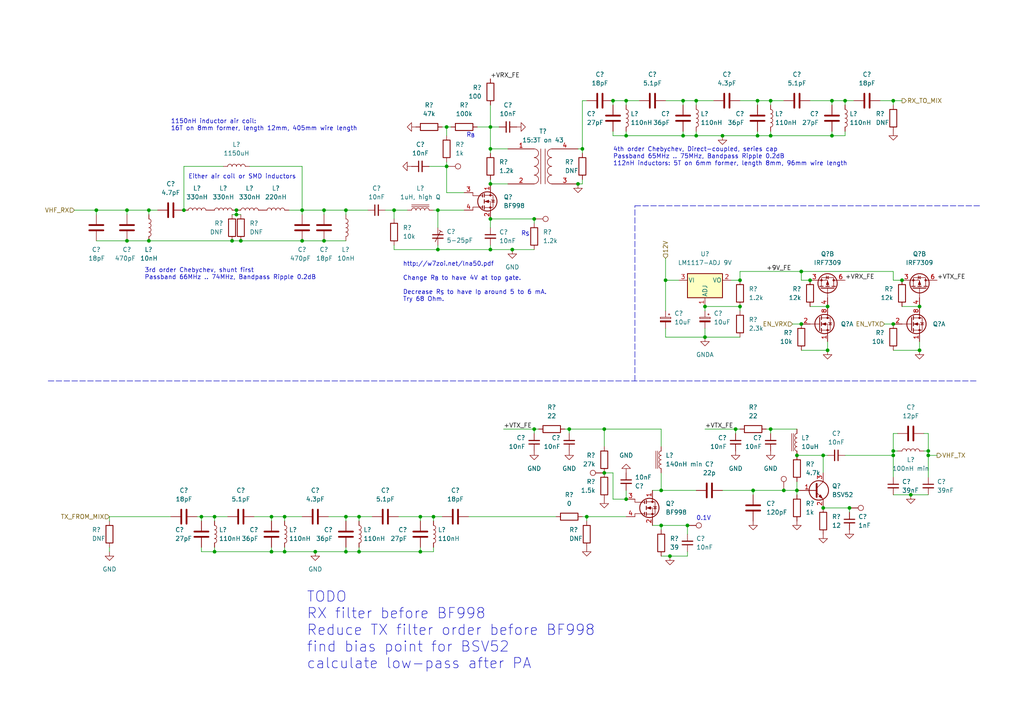
<source format=kicad_sch>
(kicad_sch (version 20211123) (generator eeschema)
  (paper "A4")
  (title_block (title "DART-70 TRX") (date "2023-01-22") (rev "0") (company "HB9EGM") (comment 1 "A 4m Band SSB/CW Transceiver"))
  (junction (at 259.08 130.81))
  (junction (at 214.63 81.28))
  (junction (at 264.16 143.51))
  (junction (at 121.92 160.02))
  (junction (at 191.77 142.24))
  (junction (at 104.14 149.86))
  (junction (at 234.95 81.28))
  (junction (at 154.94 124.46))
  (junction (at 241.3 39.37))
  (junction (at 204.47 88.9))
  (junction (at 181.61 144.78))
  (junction (at 269.24 130.81))
  (junction (at 100.33 60.96))
  (junction (at 201.93 29.21))
  (junction (at 181.61 29.21))
  (junction (at 67.31 69.85))
  (junction (at 53.34 60.96))
  (junction (at 43.18 69.85))
  (junction (at 129.54 36.83))
  (junction (at 223.52 29.21))
  (junction (at 154.94 63.5))
  (junction (at 209.55 39.37))
  (junction (at 198.12 29.21))
  (junction (at 148.59 72.39))
  (junction (at 142.24 72.39))
  (junction (at 142.24 43.18))
  (junction (at 191.77 152.4))
  (junction (at 259.08 29.21))
  (junction (at 168.91 43.18))
  (junction (at 78.74 160.02))
  (junction (at 62.23 160.02))
  (junction (at 232.41 93.98))
  (junction (at 238.76 147.32))
  (junction (at 142.24 63.5))
  (junction (at 259.08 132.08))
  (junction (at 219.71 39.37))
  (junction (at 93.98 69.85))
  (junction (at 82.55 160.02))
  (junction (at 127 60.96))
  (junction (at 259.08 93.98))
  (junction (at 199.39 152.4))
  (junction (at 36.83 60.96))
  (junction (at 246.38 147.32))
  (junction (at 227.33 142.24))
  (junction (at 214.63 88.9))
  (junction (at 241.3 29.21))
  (junction (at 68.58 62.23))
  (junction (at 213.36 124.46))
  (junction (at 240.03 101.6))
  (junction (at 193.04 81.28))
  (junction (at 100.33 149.86))
  (junction (at 165.1 124.46))
  (junction (at 269.24 132.08))
  (junction (at 114.3 60.96))
  (junction (at 82.55 149.86))
  (junction (at 36.83 69.85))
  (junction (at 170.18 149.86))
  (junction (at 78.74 149.86))
  (junction (at 100.33 160.02))
  (junction (at 91.44 160.02))
  (junction (at 231.14 142.24))
  (junction (at 93.98 60.96))
  (junction (at 218.44 142.24))
  (junction (at 129.54 48.26))
  (junction (at 142.24 53.34))
  (junction (at 201.93 39.37))
  (junction (at 27.94 60.96))
  (junction (at 219.71 29.21))
  (junction (at 231.14 132.08))
  (junction (at 87.63 69.85))
  (junction (at 223.52 124.46))
  (junction (at 204.47 97.79))
  (junction (at 69.85 69.85))
  (junction (at 245.11 29.21))
  (junction (at 198.12 39.37))
  (junction (at 175.26 124.46))
  (junction (at 125.73 149.86))
  (junction (at 87.63 60.96))
  (junction (at 127 72.39))
  (junction (at 194.31 161.29))
  (junction (at 181.61 39.37))
  (junction (at 223.52 39.37))
  (junction (at 167.64 53.34))
  (junction (at 68.58 60.96))
  (junction (at 43.18 60.96))
  (junction (at 177.8 29.21))
  (junction (at 232.41 78.74))
  (junction (at 142.24 36.83))
  (junction (at 240.03 88.9))
  (junction (at 121.92 149.86))
  (junction (at 266.7 88.9))
  (junction (at 238.76 132.08))
  (junction (at 62.23 149.86))
  (junction (at 266.7 101.6))
  (junction (at 104.14 160.02))
  (junction (at 58.42 149.86))
  (junction (at 261.62 81.28))
  (junction (at 175.26 137.16))
  (wire (pts (xy 67.31 69.85) (xy 69.85 69.85)))
  (wire (pts (xy 181.61 29.21) (xy 181.61 30.48)))
  (wire (pts (xy 147.32 53.34) (xy 142.24 53.34)))
  (wire (pts (xy 219.71 39.37) (xy 219.71 38.1)))
  (wire (pts (xy 121.92 151.13) (xy 121.92 149.86)))
  (wire (pts (xy 259.08 78.74) (xy 259.08 81.28)))
  (wire (pts (xy 125.73 160.02) (xy 125.73 158.75)))
  (wire (pts (xy 93.98 60.96) (xy 93.98 62.23)))
  (wire (pts (xy 36.83 69.85) (xy 43.18 69.85)))
  (wire (pts (xy 213.36 125.73) (xy 213.36 124.46)))
  (wire (pts (xy 31.75 158.75) (xy 31.75 160.02)))
  (wire (pts (xy 154.94 125.73) (xy 154.94 124.46)))
  (wire (pts (xy 58.42 151.13) (xy 58.42 149.86)))
  (wire (pts (xy 193.04 81.28) (xy 193.04 90.17)))
  (wire (pts (xy 238.76 132.08) (xy 240.03 132.08)))
  (wire (pts (xy 246.38 147.32) (xy 238.76 147.32)))
  (wire (pts (xy 196.85 81.28) (xy 193.04 81.28)))
  (wire (pts (xy 82.55 151.13) (xy 82.55 149.86)))
  (wire (pts (xy 218.44 142.24) (xy 218.44 143.51)))
  (wire (pts (xy 259.08 130.81) (xy 259.08 132.08)))
  (wire (pts (xy 57.15 149.86) (xy 58.42 149.86)))
  (wire (pts (xy 31.75 149.86) (xy 49.53 149.86)))
  (wire (pts (xy 148.59 72.39) (xy 142.24 72.39)))
  (wire (pts (xy 223.52 39.37) (xy 241.3 39.37)))
  (wire (pts (xy 240.03 101.6) (xy 232.41 101.6)))
  (wire (pts (xy 232.41 81.28) (xy 234.95 81.28)))
  (wire (pts (xy 246.38 148.59) (xy 246.38 147.32)))
  (wire (pts (xy 193.04 97.79) (xy 204.47 97.79)))
  (wire (pts (xy 177.8 137.16) (xy 177.8 144.78)))
  (wire (pts (xy 82.55 160.02) (xy 82.55 158.75)))
  (wire (pts (xy 27.94 60.96) (xy 36.83 60.96)))
  (wire (pts (xy 125.73 60.96) (xy 127 60.96)))
  (wire (pts (xy 219.71 29.21) (xy 223.52 29.21)))
  (wire (pts (xy 87.63 69.85) (xy 93.98 69.85)))
  (wire (pts (xy 69.85 69.85) (xy 87.63 69.85)))
  (wire (pts (xy 259.08 125.73) (xy 260.35 125.73)))
  (wire (pts (xy 142.24 53.34) (xy 142.24 52.07)))
  (wire (pts (xy 198.12 39.37) (xy 198.12 38.1)))
  (wire (pts (xy 269.24 132.08) (xy 269.24 138.43)))
  (wire (pts (xy 193.04 29.21) (xy 198.12 29.21)))
  (wire (pts (xy 259.08 130.81) (xy 260.35 130.81)))
  (wire (pts (xy 191.77 152.4) (xy 189.23 152.4)))
  (wire (pts (xy 87.63 60.96) (xy 93.98 60.96)))
  (wire (pts (xy 241.3 39.37) (xy 241.3 38.1)))
  (wire (pts (xy 214.63 78.74) (xy 214.63 81.28)))
  (polyline (pts (xy 13.97 110.49) (xy 283.21 110.49)))
  (wire (pts (xy 21.59 60.96) (xy 27.94 60.96)))
  (wire (pts (xy 31.75 151.13) (xy 31.75 149.86)))
  (wire (pts (xy 104.14 160.02) (xy 104.14 158.75)))
  (wire (pts (xy 231.14 139.7) (xy 231.14 142.24)))
  (wire (pts (xy 43.18 69.85) (xy 67.31 69.85)))
  (wire (pts (xy 269.24 130.81) (xy 267.97 130.81)))
  (wire (pts (xy 142.24 63.5) (xy 142.24 66.04)))
  (wire (pts (xy 241.3 29.21) (xy 245.11 29.21)))
  (wire (pts (xy 177.8 144.78) (xy 181.61 144.78)))
  (wire (pts (xy 168.91 52.07) (xy 168.91 53.34)))
  (wire (pts (xy 229.87 93.98) (xy 232.41 93.98)))
  (wire (pts (xy 72.39 48.26) (xy 87.63 48.26)))
  (wire (pts (xy 175.26 124.46) (xy 191.77 124.46)))
  (wire (pts (xy 100.33 160.02) (xy 100.33 158.75)))
  (wire (pts (xy 82.55 160.02) (xy 78.74 160.02)))
  (wire (pts (xy 181.61 29.21) (xy 185.42 29.21)))
  (wire (pts (xy 209.55 39.37) (xy 219.71 39.37)))
  (wire (pts (xy 58.42 149.86) (xy 62.23 149.86)))
  (polyline (pts (xy 184.15 110.49) (xy 184.15 59.69)))
  (wire (pts (xy 93.98 69.85) (xy 100.33 69.85)))
  (wire (pts (xy 36.83 60.96) (xy 43.18 60.96)))
  (wire (pts (xy 114.3 72.39) (xy 127 72.39)))
  (wire (pts (xy 128.27 36.83) (xy 129.54 36.83)))
  (wire (pts (xy 232.41 78.74) (xy 214.63 78.74)))
  (wire (pts (xy 191.77 142.24) (xy 201.93 142.24)))
  (wire (pts (xy 73.66 149.86) (xy 78.74 149.86)))
  (wire (pts (xy 78.74 149.86) (xy 82.55 149.86)))
  (wire (pts (xy 121.92 149.86) (xy 125.73 149.86)))
  (wire (pts (xy 181.61 39.37) (xy 198.12 39.37)))
  (wire (pts (xy 269.24 130.81) (xy 269.24 132.08)))
  (wire (pts (xy 232.41 78.74) (xy 232.41 81.28)))
  (wire (pts (xy 201.93 30.48) (xy 201.93 29.21)))
  (wire (pts (xy 199.39 160.02) (xy 199.39 161.29)))
  (wire (pts (xy 100.33 60.96) (xy 100.33 62.23)))
  (wire (pts (xy 199.39 161.29) (xy 194.31 161.29)))
  (wire (pts (xy 234.95 29.21) (xy 241.3 29.21)))
  (wire (pts (xy 170.18 29.21) (xy 168.91 29.21)))
  (wire (pts (xy 269.24 125.73) (xy 269.24 130.81)))
  (wire (pts (xy 241.3 30.48) (xy 241.3 29.21)))
  (wire (pts (xy 213.36 124.46) (xy 214.63 124.46)))
  (wire (pts (xy 222.25 124.46) (xy 223.52 124.46)))
  (wire (pts (xy 78.74 160.02) (xy 78.74 158.75)))
  (wire (pts (xy 115.57 149.86) (xy 121.92 149.86)))
  (wire (pts (xy 241.3 39.37) (xy 245.11 39.37)))
  (wire (pts (xy 127 72.39) (xy 142.24 72.39)))
  (wire (pts (xy 269.24 125.73) (xy 267.97 125.73)))
  (wire (pts (xy 142.24 72.39) (xy 142.24 71.12)))
  (wire (pts (xy 43.18 60.96) (xy 45.72 60.96)))
  (wire (pts (xy 142.24 36.83) (xy 142.24 30.48)))
  (wire (pts (xy 43.18 60.96) (xy 43.18 62.23)))
  (wire (pts (xy 168.91 53.34) (xy 167.64 53.34)))
  (wire (pts (xy 259.08 29.21) (xy 261.62 29.21)))
  (wire (pts (xy 142.24 44.45) (xy 142.24 43.18)))
  (wire (pts (xy 154.94 124.46) (xy 156.21 124.46)))
  (wire (pts (xy 191.77 161.29) (xy 194.31 161.29)))
  (wire (pts (xy 201.93 39.37) (xy 198.12 39.37)))
  (wire (pts (xy 100.33 151.13) (xy 100.33 149.86)))
  (wire (pts (xy 223.52 29.21) (xy 227.33 29.21)))
  (wire (pts (xy 204.47 95.25) (xy 204.47 97.79)))
  (wire (pts (xy 198.12 30.48) (xy 198.12 29.21)))
  (polyline (pts (xy 184.15 59.69) (xy 284.48 59.69)))
  (wire (pts (xy 58.42 160.02) (xy 58.42 158.75)))
  (wire (pts (xy 135.89 149.86) (xy 161.29 149.86)))
  (wire (pts (xy 147.32 43.18) (xy 142.24 43.18)))
  (wire (pts (xy 104.14 151.13) (xy 104.14 149.86)))
  (wire (pts (xy 167.64 43.18) (xy 168.91 43.18)))
  (wire (pts (xy 68.58 60.96) (xy 68.58 62.23)))
  (wire (pts (xy 58.42 160.02) (xy 62.23 160.02)))
  (wire (pts (xy 165.1 125.73) (xy 165.1 124.46)))
  (wire (pts (xy 198.12 29.21) (xy 201.93 29.21)))
  (wire (pts (xy 261.62 88.9) (xy 266.7 88.9)))
  (wire (pts (xy 154.94 72.39) (xy 148.59 72.39)))
  (wire (pts (xy 62.23 149.86) (xy 62.23 151.13)))
  (wire (pts (xy 129.54 36.83) (xy 129.54 39.37)))
  (wire (pts (xy 154.94 64.77) (xy 154.94 63.5)))
  (wire (pts (xy 201.93 29.21) (xy 207.01 29.21)))
  (wire (pts (xy 125.73 151.13) (xy 125.73 149.86)))
  (wire (pts (xy 114.3 71.12) (xy 114.3 72.39)))
  (wire (pts (xy 62.23 160.02) (xy 62.23 158.75)))
  (wire (pts (xy 259.08 81.28) (xy 261.62 81.28)))
  (wire (pts (xy 177.8 39.37) (xy 181.61 39.37)))
  (wire (pts (xy 245.11 30.48) (xy 245.11 29.21)))
  (wire (pts (xy 168.91 44.45) (xy 168.91 43.18)))
  (wire (pts (xy 177.8 29.21) (xy 181.61 29.21)))
  (wire (pts (xy 259.08 30.48) (xy 259.08 29.21)))
  (wire (pts (xy 223.52 30.48) (xy 223.52 29.21)))
  (wire (pts (xy 104.14 160.02) (xy 121.92 160.02)))
  (wire (pts (xy 127 60.96) (xy 134.62 60.96)))
  (wire (pts (xy 223.52 125.73) (xy 223.52 124.46)))
  (wire (pts (xy 212.09 81.28) (xy 214.63 81.28)))
  (wire (pts (xy 177.8 30.48) (xy 177.8 29.21)))
  (wire (pts (xy 127 66.04) (xy 127 60.96)))
  (wire (pts (xy 191.77 152.4) (xy 191.77 153.67)))
  (wire (pts (xy 214.63 88.9) (xy 214.63 90.17)))
  (wire (pts (xy 201.93 39.37) (xy 209.55 39.37)))
  (wire (pts (xy 124.46 48.26) (xy 129.54 48.26)))
  (wire (pts (xy 100.33 60.96) (xy 106.68 60.96)))
  (wire (pts (xy 269.24 132.08) (xy 271.78 132.08)))
  (wire (pts (xy 245.11 29.21) (xy 247.65 29.21)))
  (wire (pts (xy 114.3 63.5) (xy 114.3 60.96)))
  (wire (pts (xy 62.23 149.86) (xy 66.04 149.86)))
  (wire (pts (xy 165.1 124.46) (xy 175.26 124.46)))
  (wire (pts (xy 91.44 160.02) (xy 100.33 160.02)))
  (wire (pts (xy 256.54 93.98) (xy 259.08 93.98)))
  (wire (pts (xy 168.91 149.86) (xy 170.18 149.86)))
  (wire (pts (xy 129.54 46.99) (xy 129.54 48.26)))
  (wire (pts (xy 245.11 39.37) (xy 245.11 38.1)))
  (wire (pts (xy 121.92 160.02) (xy 125.73 160.02)))
  (wire (pts (xy 100.33 149.86) (xy 104.14 149.86)))
  (wire (pts (xy 130.81 36.83) (xy 129.54 36.83)))
  (wire (pts (xy 238.76 137.16) (xy 238.76 132.08)))
  (wire (pts (xy 266.7 99.06) (xy 266.7 101.6)))
  (wire (pts (xy 95.25 149.86) (xy 100.33 149.86)))
  (wire (pts (xy 175.26 129.54) (xy 175.26 124.46)))
  (wire (pts (xy 201.93 39.37) (xy 201.93 38.1)))
  (wire (pts (xy 53.34 48.26) (xy 53.34 60.96)))
  (wire (pts (xy 259.08 125.73) (xy 259.08 130.81)))
  (wire (pts (xy 209.55 142.24) (xy 218.44 142.24)))
  (wire (pts (xy 219.71 30.48) (xy 219.71 29.21)))
  (wire (pts (xy 264.16 143.51) (xy 269.24 143.51)))
  (wire (pts (xy 204.47 88.9) (xy 204.47 90.17)))
  (wire (pts (xy 191.77 129.54) (xy 191.77 124.46)))
  (wire (pts (xy 234.95 88.9) (xy 240.03 88.9)))
  (wire (pts (xy 231.14 142.24) (xy 231.14 143.51)))
  (wire (pts (xy 104.14 149.86) (xy 107.95 149.86)))
  (wire (pts (xy 170.18 151.13) (xy 170.18 149.86)))
  (wire (pts (xy 121.92 160.02) (xy 121.92 158.75)))
  (wire (pts (xy 27.94 69.85) (xy 36.83 69.85)))
  (wire (pts (xy 125.73 149.86) (xy 128.27 149.86)))
  (wire (pts (xy 82.55 149.86) (xy 87.63 149.86)))
  (wire (pts (xy 64.77 48.26) (xy 53.34 48.26)))
  (wire (pts (xy 181.61 39.37) (xy 181.61 38.1)))
  (wire (pts (xy 227.33 142.24) (xy 231.14 142.24)))
  (wire (pts (xy 181.61 144.78) (xy 181.61 142.24)))
  (wire (pts (xy 154.94 63.5) (xy 142.24 63.5)))
  (wire (pts (xy 259.08 143.51) (xy 264.16 143.51)))
  (wire (pts (xy 193.04 95.25) (xy 193.04 97.79)))
  (wire (pts (xy 87.63 48.26) (xy 87.63 60.96)))
  (wire (pts (xy 259.08 78.74) (xy 232.41 78.74)))
  (wire (pts (xy 87.63 60.96) (xy 87.63 62.23)))
  (wire (pts (xy 214.63 29.21) (xy 219.71 29.21)))
  (wire (pts (xy 36.83 60.96) (xy 36.83 62.23)))
  (wire (pts (xy 223.52 39.37) (xy 223.52 38.1)))
  (wire (pts (xy 83.82 60.96) (xy 87.63 60.96)))
  (wire (pts (xy 245.11 132.08) (xy 259.08 132.08)))
  (wire (pts (xy 199.39 154.94) (xy 199.39 152.4)))
  (wire (pts (xy 191.77 137.16) (xy 191.77 142.24)))
  (wire (pts (xy 189.23 142.24) (xy 191.77 142.24)))
  (wire (pts (xy 218.44 142.24) (xy 227.33 142.24)))
  (wire (pts (xy 193.04 74.93) (xy 193.04 81.28)))
  (wire (pts (xy 238.76 132.08) (xy 231.14 132.08)))
  (wire (pts (xy 78.74 151.13) (xy 78.74 149.86)))
  (wire (pts (xy 27.94 60.96) (xy 27.94 62.23)))
  (wire (pts (xy 255.27 29.21) (xy 259.08 29.21)))
  (wire (pts (xy 175.26 137.16) (xy 177.8 137.16)))
  (wire (pts (xy 142.24 36.83) (xy 144.78 36.83)))
  (wire (pts (xy 138.43 36.83) (xy 142.24 36.83)))
  (wire (pts (xy 204.47 124.46) (xy 213.36 124.46)))
  (wire (pts (xy 68.58 62.23) (xy 69.85 62.23)))
  (wire (pts (xy 168.91 29.21) (xy 168.91 43.18)))
  (wire (pts (xy 177.8 39.37) (xy 177.8 38.1)))
  (wire (pts (xy 129.54 55.88) (xy 134.62 55.88)))
  (wire (pts (xy 163.83 124.46) (xy 165.1 124.46)))
  (wire (pts (xy 111.76 60.96) (xy 114.3 60.96)))
  (wire (pts (xy 266.7 101.6) (xy 259.08 101.6)))
  (wire (pts (xy 129.54 48.26) (xy 129.54 55.88)))
  (wire (pts (xy 219.71 39.37) (xy 223.52 39.37)))
  (wire (pts (xy 170.18 149.86) (xy 181.61 149.86)))
  (wire (pts (xy 127 71.12) (xy 127 72.39)))
  (wire (pts (xy 204.47 97.79) (xy 214.63 97.79)))
  (wire (pts (xy 100.33 160.02) (xy 104.14 160.02)))
  (wire (pts (xy 62.23 160.02) (xy 78.74 160.02)))
  (wire (pts (xy 114.3 60.96) (xy 118.11 60.96)))
  (wire (pts (xy 223.52 124.46) (xy 231.14 124.46)))
  (wire (pts (xy 142.24 43.18) (xy 142.24 36.83)))
  (wire (pts (xy 199.39 152.4) (xy 191.77 152.4)))
  (wire (pts (xy 204.47 88.9) (xy 214.63 88.9)))
  (wire (pts (xy 259.08 132.08) (xy 259.08 138.43)))
  (wire (pts (xy 146.05 124.46) (xy 154.94 124.46)))
  (wire (pts (xy 67.31 62.23) (xy 68.58 62.23)))
  (wire (pts (xy 82.55 160.02) (xy 91.44 160.02)))
  (wire (pts (xy 93.98 60.96) (xy 100.33 60.96)))
  (wire (pts (xy 240.03 99.06) (xy 240.03 101.6)))
  (text "R_{B}" (at 135.255 40.005 0) (effects (font (size 1.27 1.27)) (justify left bottom)))
  (text "R_{S}" (at 151.13 68.58 0) (effects (font (size 1.27 1.27)) (justify left bottom)))
  (text "Either air coil or SMD inductors" (at 54.61 52.07 0) (effects (font (size 1.27 1.27)) (justify left bottom)))
  (text "TODO\nRX filter before BF998\nReduce TX filter order before BF998\nfind bias point for BSV52\ncalculate low-pass after PA" (at 88.9 194.31 0) (effects (font (size 3 3)) (justify left bottom)))
  (text "http://w7zoi.net/lna50.pdf\n\nChange R_{B} to have 4V at top gate.\n\nDecrease R_{S} to have I_{D} around 5 to 6 mA.\nTry 68 Ohm." (at 116.84 87.63 0) (effects (font (size 1.27 1.27)) (justify left bottom)))
  (text "4th order Chebychev, Direct-coupled, series cap\nPassband 65MHz .. 75MHz, Bandpass Ripple 0.2dB\n112nH inductors: 5T on 6mm former, length 8mm, 96mm wire length" (at 177.8 48.26 0) (effects (font (size 1.27 1.27)) (justify left bottom)))
  (text "1150nH inductor air coil:\n16T on 8mm former, length 12mm, 405mm wire length" (at 49.53 38.1 0) (effects (font (size 1.27 1.27)) (justify left bottom)))
  (text "0.1V" (at 201.93 151.13 0) (effects (font (size 1.27 1.27)) (justify left bottom)))
  (text "3rd order Chebychev, shunt first\nPassband 66MHz .. 74MHz, Bandpass Ripple 0.2dB" (at 41.91 81.28 0) (effects (font (size 1.27 1.27)) (justify left bottom)))
  (label "+VTX_FE" (at 271.78 81.28 0))
  (label "+VRX_FE" (at 142.24 22.86 0))
  (label "+VTX_FE" (at 146.05 124.46 0))
  (label "+VTX_FE" (at 204.47 124.46 0))
  (label "+VRX_FE" (at 245.11 81.28 0))
  (label "+9V_FE" (at 222.25 78.74 0))
  (hierarchical_label "12V" (shape input) (at 193.04 74.93 90))
  (hierarchical_label "EN_VTX" (shape input) (at 256.54 93.98 180))
  (hierarchical_label "VHF_RX" (shape input) (at 21.59 60.96 180))
  (hierarchical_label "EN_VRX" (shape input) (at 229.87 93.98 180))
  (hierarchical_label "VHF_TX" (shape output) (at 271.78 132.08 0))
  (hierarchical_label "TX_FROM_MIX" (shape input) (at 31.75 149.86 180))
  (hierarchical_label "RX_TO_MIX" (shape output) (at 261.62 29.21 0))
  (symbol (lib_id "Device:C_Small") (at 121.92 48.26 90) (unit 1)
    (property "Reference" "C?" (at 121.9263 41.91 90))
    (property "Value" "10nF" (at 121.9263 44.45 90))
  )
  (symbol (lib_id "Device:R") (at 214.63 93.98 0) (mirror y) (unit 1)
    (property "Reference" "R?" (at 217.17 92.7099 0) (effects (justify right)))
    (property "Value" "2.3k" (at 217.17 95.2499 0) (effects (justify right)))
    (property "Footprint" "Resistor_SMD:R_0603_1608Metric_Pad1.05x0.95mm_HandSolder" (effects hide))
  )
  (symbol (lib_id "Device:R") (at 231.14 135.89 0) (mirror y) (unit 1)
    (property "Reference" "R?" (at 233.68 134.6199 0) (effects (justify right)))
    (property "Value" "4.7k" (at 233.68 137.1599 0) (effects (justify right)))
  )
  (symbol (lib_id "Device:C_Small") (at 223.52 128.27 0) (mirror x) (unit 1)
    (property "Reference" "C?" (at 220.98 126.9935 0) (effects (justify right)))
    (property "Value" "10nF" (at 220.98 129.5335 0) (effects (justify right)))
  )
  (symbol (lib_id "Device:C_Small") (at 269.24 140.97 0) (mirror y) (unit 1)
    (property "Reference" "C?" (at 271.78 139.7062 0) (effects (justify right)))
    (property "Value" "39nF" (at 271.78 142.2462 0) (effects (justify right)))
  )
  (symbol (lib_id "Device:C") (at 173.99 29.21 90) (unit 1)
    (property "Reference" "C?" (at 173.99 21.59 90))
    (property "Value" "18pF" (at 173.99 24.13 90))
    (property "Footprint" "Capacitor_SMD:C_0603_1608Metric_Pad1.05x0.95mm_HandSolder" (effects hide))
    (property "MPN" "CBR" (effects hide))
    (property "Need_order" "0" (effects hide))
  )
  (symbol (lib_id "Connector:TestPoint") (at 199.39 152.4 270) (unit 1)
    (property "Reference" "TP?" (effects hide))
    (property "Value" "VG" (effects hide))
    (property "Footprint" "TestPoint:TestPoint_Pad_D2.0mm" (effects hide))
  )
  (symbol (lib_id "Device:C") (at 100.33 154.94 180) (unit 1)
    (property "Reference" "C?" (at 96.52 153.6699 0) (effects (justify left)))
    (property "Value" "36pF" (at 96.52 156.2099 0) (effects (justify left)))
    (property "Footprint" "Capacitor_SMD:C_0603_1608Metric_Pad1.05x0.95mm_HandSolder" (effects hide))
    (property "MPN" "CBR" (effects hide))
    (property "Need_order" "0" (effects hide))
  )
  (symbol (lib_id "Device:R") (at 232.41 97.79 180) (unit 1)
    (property "Reference" "R?" (at 229.87 96.5199 0) (effects (justify left)))
    (property "Value" "10k" (at 229.87 99.0599 0) (effects (justify left)))
    (property "Footprint" "Resistor_SMD:R_0603_1608Metric_Pad1.05x0.95mm_HandSolder" (effects hide))
  )
  (symbol (lib_id "Device:C") (at 205.74 142.24 90) (unit 1)
    (property "Reference" "C?" (at 205.74 134.62 90))
    (property "Value" "22p" (at 205.74 137.16 90))
    (property "Footprint" "Capacitor_SMD:C_0603_1608Metric_Pad1.05x0.95mm_HandSolder" (effects hide))
    (property "MPN" "CBR" (effects hide))
    (property "Need_order" "0" (effects hide))
  )
  (symbol (lib_id "Device:R") (at 67.31 66.04 0) (unit 1)
    (property "Reference" "R?" (at 64.77 64.7699 0) (effects (justify right)))
    (property "Value" "DNF" (at 64.77 67.3099 0) (effects (justify right)))
    (property "Footprint" "Resistor_SMD:R_0805_2012Metric_Pad1.20x1.40mm_HandSolder" (effects hide))
  )
  (symbol (lib_id "power:GND") (at 154.94 130.81 0) (mirror y) (unit 1)
    (property "Reference" "#PWR?" (effects hide))
    (property "Value" "GND" (at 154.94 135.89 0))
  )
  (symbol (lib_id "power:GNDA") (at 266.7 101.6 0) (unit 1)
    (property "Reference" "#PWR?" (effects hide))
    (property "Value" "GNDA" (effects hide))
  )
  (symbol (lib_id "Device:C") (at 241.3 34.29 180) (unit 1)
    (property "Reference" "C?" (at 237.49 33.0199 0) (effects (justify left)))
    (property "Value" "27pF" (at 237.49 35.5599 0) (effects (justify left)))
    (property "Footprint" "Capacitor_SMD:C_0603_1608Metric_Pad1.05x0.95mm_HandSolder" (effects hide))
    (property "MPN" "CBR" (effects hide))
    (property "Need_order" "0" (effects hide))
  )
  (symbol (lib_id "power:GND") (at 238.76 154.94 0) (unit 1)
    (property "Reference" "#PWR?" (effects hide))
    (property "Value" "GND" (effects hide))
  )
  (symbol (lib_id "Device:R") (at 175.26 133.35 0) (mirror x) (unit 1)
    (property "Reference" "R?" (at 172.72 132.0799 0) (effects (justify right)))
    (property "Value" "27k" (at 172.72 134.6199 0) (effects (justify right)))
  )
  (symbol (lib_id "Device:R") (at 129.54 43.18 0) (unit 1)
    (property "Reference" "R?" (at 132.08 41.9099 0) (effects (justify left)))
    (property "Value" "1k" (at 132.08 44.4499 0) (effects (justify left)))
  )
  (symbol (lib_id "Connector:TestPoint") (at 227.33 142.24 0) (unit 1)
    (property "Reference" "TP?" (effects hide))
    (property "Value" "VG" (effects hide))
    (property "Footprint" "TestPoint:TestPoint_Pad_D2.0mm" (effects hide))
  )
  (symbol (lib_id "Device:L") (at 245.11 34.29 0) (unit 1)
    (property "Reference" "L?" (at 246.38 33.0199 0) (effects (justify left)))
    (property "Value" "110nH" (at 246.38 35.5599 0) (effects (justify left)))
    (property "Footprint" "mpb:AirCoil-8mm" (effects hide))
    (property "Need_order" "0" (effects hide))
  )
  (symbol (lib_id "power:GND") (at 167.64 53.34 0) (unit 1)
    (property "Reference" "#PWR?" (effects hide))
    (property "Value" "GND" (effects hide))
  )
  (symbol (lib_id "Device:C") (at 111.76 149.86 270) (unit 1)
    (property "Reference" "C?" (at 111.76 142.24 90))
    (property "Value" "5.1pF" (at 111.76 144.78 90))
    (property "Footprint" "Capacitor_SMD:C_0603_1608Metric_Pad1.05x0.95mm_HandSolder" (effects hide))
    (property "MPN" "CBR" (effects hide))
    (property "Need_order" "0" (effects hide))
  )
  (symbol (lib_id "Device:C_Small") (at 181.61 139.7 0) (mirror y) (unit 1)
    (property "Reference" "C?" (at 184.15 140.9765 0) (effects (justify right)))
    (property "Value" "10nF" (at 184.15 138.4365 0) (effects (justify right)))
  )
  (symbol (lib_id "Connector:TestPoint") (at 246.38 147.32 270) (unit 1)
    (property "Reference" "TP?" (effects hide))
    (property "Value" "VG" (effects hide))
    (property "Footprint" "TestPoint:TestPoint_Pad_D2.0mm" (effects hide))
  )
  (symbol (lib_id "Device:C") (at 189.23 29.21 90) (unit 1)
    (property "Reference" "C?" (at 189.23 21.59 90))
    (property "Value" "5.1pF" (at 189.23 24.13 90))
    (property "Footprint" "Capacitor_SMD:C_0603_1608Metric_Pad1.05x0.95mm_HandSolder" (effects hide))
    (property "MPN" "CBR" (effects hide))
    (property "Need_order" "0" (effects hide))
  )
  (symbol (lib_id "Device:R") (at 231.14 147.32 0) (mirror y) (unit 1)
    (property "Reference" "R?" (at 233.68 146.0499 0) (effects (justify right)))
    (property "Value" "1k" (at 233.68 148.5899 0) (effects (justify right)))
  )
  (symbol (lib_id "Connector:TestPoint") (at 154.94 63.5 270) (unit 1)
    (property "Reference" "TP?" (effects hide))
    (property "Value" "VG" (effects hide))
    (property "Footprint" "TestPoint:TestPoint_Pad_D2.0mm" (effects hide))
  )
  (symbol (lib_id "Device:L") (at 57.15 60.96 90) (unit 1)
    (property "Reference" "L?" (at 57.15 54.61 90))
    (property "Value" "330nH" (at 57.15 57.15 90))
    (property "Footprint" "Inductor_SMD:L_0805_2012Metric_Pad1.15x1.40mm_HandSolder" (effects hide))
    (property "MPN" "LQW2BASR33G00L" (effects hide))
    (property "Need_order" "0" (effects hide))
  )
  (symbol (lib_id "Device:C") (at 264.16 125.73 90) (unit 1)
    (property "Reference" "C?" (at 264.16 118.11 90))
    (property "Value" "12pF" (at 264.16 120.65 90))
    (property "Footprint" "Capacitor_SMD:C_0603_1608Metric_Pad1.05x0.95mm_HandSolder" (effects hide))
    (property "MPN" "CBR" (effects hide))
    (property "Need_order" "0" (effects hide))
  )
  (symbol (lib_id "Connector:TestPoint") (at 175.26 137.16 90) (unit 1)
    (property "Reference" "TP?" (effects hide))
    (property "Value" "VG" (effects hide))
    (property "Footprint" "TestPoint:TestPoint_Pad_D2.0mm" (effects hide))
  )
  (symbol (lib_id "Device:C") (at 91.44 149.86 270) (unit 1)
    (property "Reference" "C?" (at 91.44 142.24 90))
    (property "Value" "4.3pF" (at 91.44 144.78 90))
    (property "Footprint" "Capacitor_SMD:C_0603_1608Metric_Pad1.05x0.95mm_HandSolder" (effects hide))
    (property "MPN" "CBR" (effects hide))
    (property "Need_order" "0" (effects hide))
  )
  (symbol (lib_id "Device:C") (at 219.71 34.29 180) (unit 1)
    (property "Reference" "C?" (at 215.9 33.0199 0) (effects (justify left)))
    (property "Value" "36pF" (at 215.9 35.5599 0) (effects (justify left)))
    (property "Footprint" "Capacitor_SMD:C_0603_1608Metric_Pad1.05x0.95mm_HandSolder" (effects hide))
    (property "MPN" "CBR" (effects hide))
    (property "Need_order" "0" (effects hide))
  )
  (symbol (lib_id "Device:L") (at 72.39 60.96 90) (unit 1)
    (property "Reference" "L?" (at 72.39 54.61 90))
    (property "Value" "330nH" (at 72.39 57.15 90))
    (property "Footprint" "Inductor_SMD:L_0805_2012Metric_Pad1.15x1.40mm_HandSolder" (effects hide))
    (property "MPN" "LQW2BASR33G00L" (effects hide))
    (property "Need_order" "0" (effects hide))
  )
  (symbol (lib_id "Device:R") (at 165.1 149.86 270) (unit 1)
    (property "Reference" "R?" (at 165.1 143.51 90))
    (property "Value" "0" (at 165.1 146.05 90))
  )
  (symbol (lib_id "power:GND") (at 120.65 36.83 270) (unit 1)
    (property "Reference" "#PWR?" (effects hide))
    (property "Value" "GND" (effects hide))
  )
  (symbol (lib_id "Device:C_Small") (at 242.57 132.08 270) (mirror x) (unit 1)
    (property "Reference" "C?" (at 242.5636 125.73 90))
    (property "Value" "10nF" (at 242.5636 128.27 90))
  )
  (symbol (lib_id "power:GND") (at 259.08 38.1 0) (unit 1)
    (property "Reference" "#PWR?" (effects hide))
    (property "Value" "GND" (effects hide))
  )
  (symbol (lib_id "Transistor_FET:IRF7309IPBF") (at 266.7 83.82 270) (mirror x) (unit 2)
    (property "Reference" "Q?" (at 266.7 73.66 90))
    (property "Value" "IRF7309" (at 266.7 76.2 90))
    (property "Footprint" "Package_SO:SOIC-8_3.9x4.9mm_P1.27mm" (effects hide))
    (property "Datasheet" "http://www.irf.com/product-info/datasheets/data/irf7309ipbf.pdf" (effects hide))
    (property "MPN" "IRF7309IPBF" (effects hide))
    (property "Need_order" "1" (effects hide))
  )
  (symbol (lib_id "power:GNDA") (at 240.03 101.6 0) (unit 1)
    (property "Reference" "#PWR?" (effects hide))
    (property "Value" "GNDA" (effects hide))
  )
  (symbol (lib_id "Device:C") (at 53.34 149.86 90) (unit 1)
    (property "Reference" "C?" (at 53.34 142.24 90))
    (property "Value" "18pF" (at 53.34 144.78 90))
    (property "Footprint" "Capacitor_SMD:C_0603_1608Metric_Pad1.05x0.95mm_HandSolder" (effects hide))
    (property "MPN" "CBR" (effects hide))
    (property "Need_order" "0" (effects hide))
  )
  (symbol (lib_id "power:GND") (at 170.18 158.75 0) (unit 1)
    (property "Reference" "#PWR?" (effects hide))
    (property "Value" "GND" (effects hide))
  )
  (symbol (lib_id "Device:L") (at 62.23 154.94 0) (unit 1)
    (property "Reference" "L?" (at 63.5 153.6699 0) (effects (justify left)))
    (property "Value" "110nH" (at 63.5 156.2099 0) (effects (justify left)))
    (property "Footprint" "mpb:AirCoil-8mm" (effects hide))
    (property "Need_order" "0" (effects hide))
  )
  (symbol (lib_id "Device:C_Small") (at 259.08 140.97 0) (mirror y) (unit 1)
    (property "Reference" "C?" (at 261.62 139.7062 0) (effects (justify right)))
    (property "Value" "39nF" (at 261.62 142.2462 0) (effects (justify right)))
  )
  (symbol (lib_id "Transistor_FET:IRF7309IPBF") (at 264.16 93.98 0) (unit 1)
    (property "Reference" "Q?" (at 270.51 93.9799 0) (effects (justify left)))
    (property "Value" "IRF7309IPBF" (effects hide))
    (property "Footprint" "Package_SO:SOIC-8_3.9x4.9mm_P1.27mm" (effects hide))
    (property "Datasheet" "http://www.irf.com/product-info/datasheets/data/irf7309ipbf.pdf" (effects hide))
  )
  (symbol (lib_id "power:GND") (at 231.14 151.13 0) (unit 1)
    (property "Reference" "#PWR?" (effects hide))
    (property "Value" "GND" (effects hide))
  )
  (symbol (lib_id "Device:R") (at 154.94 68.58 0) (unit 1)
    (property "Reference" "R?" (at 157.48 67.3099 0) (effects (justify left)))
    (property "Value" "1.2k" (at 157.48 69.8499 0) (effects (justify left)))
  )
  (symbol (lib_id "power:GNDA") (at 204.47 97.79 0) (unit 1)
    (property "Reference" "#PWR?" (effects hide))
    (property "Value" "GNDA" (at 204.47 102.87 0))
  )
  (symbol (lib_id "Device:C") (at 251.46 29.21 90) (unit 1)
    (property "Reference" "C?" (at 251.46 21.59 90))
    (property "Value" "18pF" (at 251.46 24.13 90))
    (property "Footprint" "Capacitor_SMD:C_0603_1608Metric_Pad1.05x0.95mm_HandSolder" (effects hide))
    (property "MPN" "CBR" (effects hide))
    (property "Need_order" "0" (effects hide))
  )
  (symbol (lib_id "Device:C_Small") (at 142.24 68.58 0) (unit 1)
    (property "Reference" "C?" (at 144.78 67.3162 0) (effects (justify left)))
    (property "Value" "10nF" (at 144.78 69.8562 0) (effects (justify left)))
  )
  (symbol (lib_id "Device:R") (at 69.85 66.04 0) (unit 1)
    (property "Reference" "R?" (at 72.39 64.7699 0) (effects (justify left)))
    (property "Value" "DNF" (at 72.39 67.3099 0) (effects (justify left)))
    (property "Footprint" "Resistor_SMD:R_0805_2012Metric_Pad1.20x1.40mm_HandSolder" (effects hide))
  )
  (symbol (lib_id "mpb:BF998") (at 186.69 147.32 0) (unit 1)
    (property "Reference" "Q?" (at 193.04 146.0499 0) (effects (justify left)))
    (property "Value" "BF998" (at 193.04 148.5899 0) (effects (justify left)))
    (property "Footprint" "Package_TO_SOT_SMD:SOT-143" (effects hide))
    (property "Datasheet" "/home/bram/Sync/Doc/Datasheet/BF998.pdf" (effects hide))
  )
  (symbol (lib_id "Transistor_BJT:MMBT3904") (at 236.22 142.24 0) (unit 1)
    (property "Reference" "Q?" (at 241.3 140.9699 0) (effects (justify left)))
    (property "Value" "BSV52" (at 241.3 143.5099 0) (effects (justify left)))
    (property "Footprint" "Package_TO_SOT_SMD:SOT-23" (effects hide))
    (property "Datasheet" "/home/bram/Sync/Doc/Datasheet/BSV52LT1_D-1803134.pdf" (effects hide))
    (property "MPN" "BSV52LT1G" (effects hide))
    (property "Need_order" "0" (effects hide))
  )
  (symbol (lib_id "Device:C") (at 177.8 34.29 180) (unit 1)
    (property "Reference" "C?" (at 170.18 33.02 0) (effects (justify right)))
    (property "Value" "27pF" (at 170.18 35.56 0) (effects (justify right)))
    (property "Footprint" "Capacitor_SMD:C_0603_1608Metric_Pad1.05x0.95mm_HandSolder" (effects hide))
    (property "MPN" "CBR" (effects hide))
    (property "Need_order" "0" (effects hide))
  )
  (symbol (lib_id "power:GND") (at 246.38 153.67 0) (unit 1)
    (property "Reference" "#PWR?" (effects hide))
    (property "Value" "GND" (effects hide))
  )
  (symbol (lib_id "power:GND") (at 175.26 144.78 0) (mirror y) (unit 1)
    (property "Reference" "#PWR?" (effects hide))
    (property "Value" "GND" (effects hide))
  )
  (symbol (lib_id "Device:C") (at 218.44 147.32 180) (unit 1)
    (property "Reference" "C?" (at 222.25 146.0499 0) (effects (justify right)))
    (property "Value" "120pF" (at 222.25 148.5899 0) (effects (justify right)))
    (property "Footprint" "Capacitor_SMD:C_0603_1608Metric_Pad1.05x0.95mm_HandSolder" (effects hide))
    (property "MPN" "CBR" (effects hide))
    (property "Need_order" "0" (effects hide))
  )
  (symbol (lib_id "Device:C_Trim_Small") (at 127 68.58 0) (unit 1)
    (property "Reference" "C?" (at 129.54 67.1829 0) (effects (justify left)))
    (property "Value" "5-25pF" (at 129.54 69.7229 0) (effects (justify left)))
  )
  (symbol (lib_id "Device:L") (at 125.73 154.94 0) (unit 1)
    (property "Reference" "L?" (at 127 153.6699 0) (effects (justify left)))
    (property "Value" "110nH" (at 127 156.2099 0) (effects (justify left)))
    (property "Footprint" "mpb:AirCoil-8mm" (effects hide))
    (property "Need_order" "0" (effects hide))
  )
  (symbol (lib_id "Device:L") (at 100.33 66.04 0) (unit 1)
    (property "Reference" "L?" (at 99.06 72.39 0) (effects (justify left)))
    (property "Value" "10nH" (at 97.79 74.93 0) (effects (justify left)))
    (property "Footprint" "Inductor_SMD:L_0805_2012Metric_Pad1.15x1.40mm_HandSolder" (effects hide))
    (property "MPN" "LQW18AS10NJ00D" (effects hide))
    (property "Need_order" "0" (effects hide))
  )
  (symbol (lib_id "power:GND") (at 213.36 130.81 0) (mirror y) (unit 1)
    (property "Reference" "#PWR?" (effects hide))
    (property "Value" "GND" (at 213.36 135.89 0))
  )
  (symbol (lib_id "Device:R") (at 124.46 36.83 90) (unit 1)
    (property "Reference" "R?" (at 124.46 30.48 90))
    (property "Value" "47k" (at 124.46 33.02 90))
  )
  (symbol (lib_id "power:GND") (at 209.55 39.37 0) (unit 1)
    (property "Reference" "#PWR?" (effects hide))
    (property "Value" "GND" (effects hide))
  )
  (symbol (lib_id "Device:C") (at 36.83 66.04 180) (unit 1)
    (property "Reference" "C?" (at 38.1 72.39 0) (effects (justify left)))
    (property "Value" "470pF" (at 39.37 74.93 0) (effects (justify left)))
    (property "Footprint" "Capacitor_SMD:C_0603_1608Metric_Pad1.05x0.95mm_HandSolder" (effects hide))
    (property "Datasheet" "/home/bram/Sync/Doc/Datasheet/08051Axxx kyocera avx capacitor.pdf" (effects hide))
    (property "MPN" "08051A471GAT2A" (effects hide))
    (property "Need_order" "1" (effects hide))
  )
  (symbol (lib_id "Device:L") (at 80.01 60.96 90) (unit 1)
    (property "Reference" "L?" (at 80.01 54.61 90))
    (property "Value" "220nH" (at 80.01 57.15 90))
    (property "Footprint" "Inductor_SMD:L_0805_2012Metric_Pad1.15x1.40mm_HandSolder" (effects hide))
    (property "MPN" "LQW2BASR22J00L" (effects hide))
    (property "Need_order" "0" (effects hide))
  )
  (symbol (lib_id "Device:R") (at 234.95 85.09 0) (unit 1)
    (property "Reference" "R?" (at 232.41 83.8199 0) (effects (justify right)))
    (property "Value" "12k" (at 232.41 86.3599 0) (effects (justify right)))
    (property "Footprint" "Resistor_SMD:R_0603_1608Metric_Pad1.05x0.95mm_HandSolder" (effects hide))
  )
  (symbol (lib_id "Device:L") (at 264.16 130.81 90) (unit 1)
    (property "Reference" "L?" (at 264.16 133.35 90))
    (property "Value" "100nH min" (at 264.16 135.89 90))
    (property "Description" "NEOSID 00 5261 00 originally, 115nH minimum" (effects hide))
  )
  (symbol (lib_id "Device:C_Small") (at 165.1 128.27 0) (mirror x) (unit 1)
    (property "Reference" "C?" (at 162.56 126.9935 0) (effects (justify right)))
    (property "Value" "10nF" (at 162.56 129.5335 0) (effects (justify right)))
  )
  (symbol (lib_id "Device:R") (at 160.02 124.46 270) (mirror x) (unit 1)
    (property "Reference" "R?" (at 160.02 118.11 90))
    (property "Value" "22" (at 160.02 120.65 90))
  )
  (symbol (lib_id "Device:C") (at 231.14 29.21 270) (unit 1)
    (property "Reference" "C?" (at 231.14 21.59 90))
    (property "Value" "5.1pF" (at 231.14 24.13 90))
    (property "Footprint" "Capacitor_SMD:C_0603_1608Metric_Pad1.05x0.95mm_HandSolder" (effects hide))
    (property "MPN" "CBR" (effects hide))
    (property "Need_order" "0" (effects hide))
  )
  (symbol (lib_id "Connector:TestPoint") (at 129.54 48.26 270) (unit 1)
    (property "Reference" "TP?" (effects hide))
    (property "Value" "VG" (effects hide))
    (property "Footprint" "TestPoint:TestPoint_Pad_D2.0mm" (effects hide))
  )
  (symbol (lib_id "Device:Transformer_1P_1S") (at 157.48 48.26 0) (unit 1)
    (property "Reference" "T?" (at 157.4927 38.1 0))
    (property "Value" "15:3T on 43" (at 157.4927 40.64 0))
  )
  (symbol (lib_id "Device:C") (at 27.94 66.04 180) (unit 1)
    (property "Reference" "C?" (at 29.21 72.39 0) (effects (justify left)))
    (property "Value" "18pF" (at 30.48 74.93 0) (effects (justify left)))
    (property "Footprint" "Capacitor_SMD:C_0603_1608Metric_Pad1.05x0.95mm_HandSolder" (effects hide))
    (property "Datasheet" "/home/bram/Sync/Doc/Datasheet/CBR KEMET capacitors.pdf" (effects hide))
    (property "MPN" "CBR" (effects hide))
    (property "Need_order" "0" (effects hide))
  )
  (symbol (lib_id "Device:R") (at 142.24 48.26 0) (unit 1)
    (property "Reference" "R?" (at 144.78 46.9899 0) (effects (justify left)))
    (property "Value" "1.2k" (at 144.78 49.5299 0) (effects (justify left)))
  )
  (symbol (lib_id "Device:C") (at 93.98 66.04 180) (unit 1)
    (property "Reference" "C?" (at 95.25 72.39 0) (effects (justify left)))
    (property "Value" "18pF" (at 96.52 74.93 0) (effects (justify left)))
    (property "Footprint" "Capacitor_SMD:C_0603_1608Metric_Pad1.05x0.95mm_HandSolder" (effects hide))
    (property "Datasheet" "/home/bram/Sync/Doc/Datasheet/CBR KEMET capacitors.pdf" (effects hide))
    (property "MPN" "CBR" (effects hide))
    (property "Need_order" "0" (effects hide))
  )
  (symbol (lib_id "Device:R") (at 114.3 67.31 0) (unit 1)
    (property "Reference" "R?" (at 116.84 66.0399 0) (effects (justify left)))
    (property "Value" "10k" (at 116.84 68.5799 0) (effects (justify left)))
  )
  (symbol (lib_id "Device:L") (at 82.55 154.94 0) (unit 1)
    (property "Reference" "L?" (at 83.82 153.6699 0) (effects (justify left)))
    (property "Value" "110nH" (at 83.82 156.2099 0) (effects (justify left)))
    (property "Footprint" "mpb:AirCoil-8mm" (effects hide))
    (property "Need_order" "0" (effects hide))
  )
  (symbol (lib_id "power:GND") (at 194.31 161.29 0) (unit 1)
    (property "Reference" "#PWR?" (effects hide))
    (property "Value" "GND" (effects hide))
  )
  (symbol (lib_id "power:GND") (at 149.86 36.83 90) (unit 1)
    (property "Reference" "#PWR?" (effects hide))
    (property "Value" "GND" (effects hide))
  )
  (symbol (lib_id "Device:R") (at 175.26 140.97 0) (mirror y) (unit 1)
    (property "Reference" "R?" (at 172.72 139.6999 0) (effects (justify left)))
    (property "Value" "1.5k" (at 172.72 142.2399 0) (effects (justify left)))
  )
  (symbol (lib_id "Device:C") (at 58.42 154.94 180) (unit 1)
    (property "Reference" "C?" (at 50.8 153.67 0) (effects (justify right)))
    (property "Value" "27pF" (at 50.8 156.21 0) (effects (justify right)))
    (property "Footprint" "Capacitor_SMD:C_0603_1608Metric_Pad1.05x0.95mm_HandSolder" (effects hide))
    (property "MPN" "CBR" (effects hide))
    (property "Need_order" "0" (effects hide))
  )
  (symbol (lib_id "power:GND") (at 218.44 151.13 0) (unit 1)
    (property "Reference" "#PWR?" (effects hide))
    (property "Value" "GND" (effects hide))
  )
  (symbol (lib_id "Device:L") (at 223.52 34.29 0) (unit 1)
    (property "Reference" "L?" (at 224.79 33.0199 0) (effects (justify left)))
    (property "Value" "110nH" (at 224.79 35.5599 0) (effects (justify left)))
    (property "Footprint" "mpb:AirCoil-8mm" (effects hide))
    (property "Need_order" "0" (effects hide))
  )
  (symbol (lib_id "Device:C_Small") (at 213.36 128.27 0) (mirror x) (unit 1)
    (property "Reference" "C?" (at 210.82 126.9935 0) (effects (justify right)))
    (property "Value" "10nF" (at 210.82 129.5335 0) (effects (justify right)))
  )
  (symbol (lib_id "Device:R") (at 191.77 157.48 0) (unit 1)
    (property "Reference" "R?" (at 194.31 156.2099 0) (effects (justify left)))
    (property "Value" "39" (at 194.31 158.7499 0) (effects (justify left)))
  )
  (symbol (lib_id "Device:L") (at 181.61 34.29 0) (unit 1)
    (property "Reference" "L?" (at 182.88 33.0199 0) (effects (justify left)))
    (property "Value" "110nH" (at 182.88 35.5599 0) (effects (justify left)))
    (property "Footprint" "mpb:AirCoil-8mm" (effects hide))
    (property "Need_order" "0" (effects hide))
  )
  (symbol (lib_id "Device:C_Small") (at 199.39 157.48 180) (unit 1)
    (property "Reference" "C?" (at 201.93 156.2035 0) (effects (justify right)))
    (property "Value" "10nF" (at 201.93 158.7435 0) (effects (justify right)))
  )
  (symbol (lib_id "Transistor_FET:IRF7309IPBF") (at 237.49 93.98 0) (unit 1)
    (property "Reference" "Q?" (at 243.84 93.9799 0) (effects (justify left)))
    (property "Value" "IRF7309IPBF" (effects hide))
    (property "Footprint" "Package_SO:SOIC-8_3.9x4.9mm_P1.27mm" (effects hide))
    (property "Datasheet" "http://www.irf.com/product-info/datasheets/data/irf7309ipbf.pdf" (effects hide))
  )
  (symbol (lib_id "Device:C") (at 69.85 149.86 90) (unit 1)
    (property "Reference" "C?" (at 69.85 142.24 90))
    (property "Value" "5.1pF" (at 69.85 144.78 90))
    (property "Footprint" "Capacitor_SMD:C_0603_1608Metric_Pad1.05x0.95mm_HandSolder" (effects hide))
    (property "MPN" "CBR" (effects hide))
    (property "Need_order" "0" (effects hide))
  )
  (symbol (lib_id "Device:R") (at 261.62 85.09 0) (unit 1)
    (property "Reference" "R?" (at 259.08 83.8199 0) (effects (justify right)))
    (property "Value" "12k" (at 259.08 86.3599 0) (effects (justify right)))
    (property "Footprint" "Resistor_SMD:R_0603_1608Metric_Pad1.05x0.95mm_HandSolder" (effects hide))
  )
  (symbol (lib_id "Device:L") (at 201.93 34.29 0) (unit 1)
    (property "Reference" "L?" (at 203.2 33.0199 0) (effects (justify left)))
    (property "Value" "110nH" (at 203.2 35.5599 0) (effects (justify left)))
    (property "Footprint" "mpb:AirCoil-8mm" (effects hide))
    (property "Need_order" "0" (effects hide))
  )
  (symbol (lib_id "Device:C") (at 121.92 154.94 180) (unit 1)
    (property "Reference" "C?" (at 118.11 153.6699 0) (effects (justify left)))
    (property "Value" "27pF" (at 118.11 156.2099 0) (effects (justify left)))
    (property "Footprint" "Capacitor_SMD:C_0603_1608Metric_Pad1.05x0.95mm_HandSolder" (effects hide))
    (property "MPN" "CBR" (effects hide))
    (property "Need_order" "0" (effects hide))
  )
  (symbol (lib_id "Device:R") (at 31.75 154.94 180) (unit 1)
    (property "Reference" "R?" (at 26.67 153.67 0) (effects (justify right)))
    (property "Value" "DNF" (at 26.67 156.21 0) (effects (justify right)))
  )
  (symbol (lib_id "Device:C") (at 132.08 149.86 90) (unit 1)
    (property "Reference" "C?" (at 132.08 142.24 90))
    (property "Value" "18pF" (at 132.08 144.78 90))
    (property "Footprint" "Capacitor_SMD:C_0603_1608Metric_Pad1.05x0.95mm_HandSolder" (effects hide))
    (property "MPN" "CBR" (effects hide))
    (property "Need_order" "0" (effects hide))
  )
  (symbol (lib_id "Device:R") (at 168.91 48.26 180) (unit 1)
    (property "Reference" "R?" (at 163.83 46.99 0) (effects (justify right)))
    (property "Value" "DNF" (at 163.83 49.53 0) (effects (justify right)))
  )
  (symbol (lib_id "Device:C") (at 49.53 60.96 270) (unit 1)
    (property "Reference" "C?" (at 49.53 53.34 90))
    (property "Value" "4.7pF" (at 49.53 55.88 90))
    (property "Footprint" "Capacitor_SMD:C_0603_1608Metric_Pad1.05x0.95mm_HandSolder" (effects hide))
    (property "Datasheet" "/home/bram/Sync/Doc/Datasheet/08051Axxx kyocera avx capacitor.pdf" (effects hide))
    (property "MPN" "CBR" (effects hide))
    (property "Need_order" "0" (effects hide))
  )
  (symbol (lib_id "power:GND") (at 223.52 130.81 0) (mirror y) (unit 1)
    (property "Reference" "#PWR?" (effects hide))
    (property "Value" "GND" (at 223.52 135.89 0))
  )
  (symbol (lib_id "Device:C_Small") (at 147.32 36.83 270) (unit 1)
    (property "Reference" "C?" (at 147.3136 30.48 90))
    (property "Value" "10nF" (at 147.3136 33.02 90))
  )
  (symbol (lib_id "power:GND") (at 91.44 160.02 0) (unit 1)
    (property "Reference" "#PWR?" (effects hide))
    (property "Value" "GND" (at 91.44 165.1 0))
  )
  (symbol (lib_id "Device:R") (at 214.63 85.09 0) (mirror y) (unit 1)
    (property "Reference" "R?" (at 217.17 83.8199 0) (effects (justify right)))
    (property "Value" "1.2k" (at 217.17 86.3599 0) (effects (justify right)))
    (property "Footprint" "Resistor_SMD:R_0603_1608Metric_Pad1.05x0.95mm_HandSolder" (effects hide))
  )
  (symbol (lib_id "Device:L_Iron") (at 231.14 128.27 180) (unit 1)
    (property "Reference" "L?" (at 232.41 126.9999 0) (effects (justify right)))
    (property "Value" "10uH" (at 232.41 129.5399 0) (effects (justify right)))
    (property "Description" "NEOSID 00 5231 03 originally, 135nH minimum" (effects hide))
  )
  (symbol (lib_id "power:GND") (at 181.61 137.16 0) (mirror x) (unit 1)
    (property "Reference" "#PWR?" (effects hide))
    (property "Value" "GND" (at 181.61 132.08 0))
  )
  (symbol (lib_id "Device:C") (at 78.74 154.94 180) (unit 1)
    (property "Reference" "C?" (at 74.93 153.6699 0) (effects (justify left)))
    (property "Value" "36pF" (at 74.93 156.2099 0) (effects (justify left)))
    (property "Footprint" "Capacitor_SMD:C_0603_1608Metric_Pad1.05x0.95mm_HandSolder" (effects hide))
    (property "MPN" "CBR" (effects hide))
    (property "Need_order" "0" (effects hide))
  )
  (symbol (lib_id "Device:R") (at 134.62 36.83 90) (unit 1)
    (property "Reference" "R?" (at 134.62 30.48 90))
    (property "Value" "100k" (at 134.62 33.02 90))
  )
  (symbol (lib_id "Device:C_Polarized_Small") (at 193.04 92.71 0) (mirror y) (unit 1)
    (property "Reference" "C?" (at 195.58 90.8938 0) (effects (justify right)))
    (property "Value" "10uF" (at 195.58 93.4338 0) (effects (justify right)))
    (property "Footprint" "Capacitor_SMD:C_1210_3225Metric_Pad1.42x2.65mm_HandSolder" (effects hide))
    (property "MPN" "TAJA106K016RNJ" (effects hide))
  )
  (symbol (lib_id "Device:R") (at 238.76 151.13 0) (mirror y) (unit 1)
    (property "Reference" "R?" (at 241.3 149.8599 0) (effects (justify right)))
    (property "Value" "12" (at 241.3 152.3999 0) (effects (justify right)))
  )
  (symbol (lib_id "Transistor_FET:IRF7309IPBF") (at 240.03 83.82 270) (mirror x) (unit 2)
    (property "Reference" "Q?" (at 240.03 73.66 90))
    (property "Value" "IRF7309" (at 240.03 76.2 90))
    (property "Footprint" "Package_SO:SOIC-8_3.9x4.9mm_P1.27mm" (effects hide))
    (property "Datasheet" "http://www.irf.com/product-info/datasheets/data/irf7309ipbf.pdf" (effects hide))
    (property "MPN" "IRF7309IPBF" (effects hide))
    (property "Need_order" "1" (effects hide))
  )
  (symbol (lib_id "power:GND") (at 31.75 160.02 0) (unit 1)
    (property "Reference" "#PWR?" (effects hide))
    (property "Value" "GND" (at 31.75 165.1 0))
  )
  (symbol (lib_id "Device:R") (at 259.08 34.29 180) (unit 1)
    (property "Reference" "R?" (at 254 33.02 0) (effects (justify right)))
    (property "Value" "DNF" (at 254 35.56 0) (effects (justify right)))
  )
  (symbol (lib_id "Device:L_Iron") (at 121.92 60.96 90) (unit 1)
    (property "Reference" "L?" (at 121.92 54.61 90))
    (property "Value" "1uH, high Q" (at 121.92 57.15 90))
  )
  (symbol (lib_id "Device:R") (at 259.08 97.79 180) (unit 1)
    (property "Reference" "R?" (at 256.54 96.5199 0) (effects (justify left)))
    (property "Value" "10k" (at 256.54 99.0599 0) (effects (justify left)))
    (property "Footprint" "Resistor_SMD:R_0603_1608Metric_Pad1.05x0.95mm_HandSolder" (effects hide))
  )
  (symbol (lib_id "Device:C") (at 198.12 34.29 180) (unit 1)
    (property "Reference" "C?" (at 194.31 33.0199 0) (effects (justify left)))
    (property "Value" "36pF" (at 194.31 35.5599 0) (effects (justify left)))
    (property "Footprint" "Capacitor_SMD:C_0603_1608Metric_Pad1.05x0.95mm_HandSolder" (effects hide))
    (property "MPN" "CBR" (effects hide))
    (property "Need_order" "0" (effects hide))
  )
  (symbol (lib_id "Device:C_Small") (at 109.22 60.96 90) (unit 1)
    (property "Reference" "C?" (at 109.2263 54.61 90))
    (property "Value" "10nF" (at 109.2263 57.15 90))
  )
  (symbol (lib_id "mpb:BF998") (at 139.7 58.42 0) (unit 1)
    (property "Reference" "Q?" (at 146.05 57.1499 0) (effects (justify left)))
    (property "Value" "BF998" (at 146.05 59.6899 0) (effects (justify left)))
    (property "Footprint" "Package_TO_SOT_SMD:SOT-143" (effects hide))
    (property "Datasheet" "/home/bram/Sync/Doc/Datasheet/BF998.pdf" (effects hide))
  )
  (symbol (lib_id "Regulator_Linear:LM1117-ADJ") (at 204.47 81.28 0) (unit 1)
    (property "Reference" "U?" (at 204.47 73.66 0))
    (property "Value" "LM1117-ADJ 9V" (at 204.47 76.2 0))
    (property "Datasheet" "http://www.ti.com/lit/ds/symlink/lm1117.pdf" (effects hide))
  )
  (symbol (lib_id "Device:C_Small") (at 246.38 151.13 0) (mirror y) (unit 1)
    (property "Reference" "C?" (at 248.92 149.8662 0) (effects (justify right)))
    (property "Value" "1nF" (at 248.92 152.4062 0) (effects (justify right)))
  )
  (symbol (lib_id "Device:C_Small") (at 154.94 128.27 0) (mirror x) (unit 1)
    (property "Reference" "C?" (at 152.4 126.9935 0) (effects (justify right)))
    (property "Value" "10nF" (at 152.4 129.5335 0) (effects (justify right)))
  )
  (symbol (lib_id "power:GND") (at 264.16 143.51 0) (unit 1)
    (property "Reference" "#PWR?" (effects hide))
    (property "Value" "GND" (effects hide))
  )
  (symbol (lib_id "Device:L") (at 68.58 48.26 90) (unit 1)
    (property "Reference" "L?" (at 68.58 41.91 90))
    (property "Value" "1150uH" (at 68.58 44.45 90))
    (property "Footprint" "mpb:AirCoil-20mm" (effects hide))
    (property "Need_order" "0" (effects hide))
  )
  (symbol (lib_id "Device:L") (at 64.77 60.96 90) (unit 1)
    (property "Reference" "L?" (at 64.77 54.61 90))
    (property "Value" "330nH" (at 64.77 57.15 90))
    (property "Footprint" "Inductor_SMD:L_0805_2012Metric_Pad1.15x1.40mm_HandSolder" (effects hide))
    (property "MPN" "LQW2BASR33G00L" (effects hide))
    (property "Need_order" "0" (effects hide))
  )
  (symbol (lib_id "Device:C") (at 210.82 29.21 270) (unit 1)
    (property "Reference" "C?" (at 210.82 21.59 90))
    (property "Value" "4.3pF" (at 210.82 24.13 90))
    (property "Footprint" "Capacitor_SMD:C_0603_1608Metric_Pad1.05x0.95mm_HandSolder" (effects hide))
    (property "MPN" "CBR" (effects hide))
    (property "Need_order" "0" (effects hide))
  )
  (symbol (lib_id "Device:C") (at 87.63 66.04 180) (unit 1)
    (property "Reference" "C?" (at 88.9 72.39 0) (effects (justify left)))
    (property "Value" "470pF" (at 90.17 74.93 0) (effects (justify left)))
    (property "Footprint" "Capacitor_SMD:C_0603_1608Metric_Pad1.05x0.95mm_HandSolder" (effects hide))
    (property "Datasheet" "/home/bram/Sync/Doc/Datasheet/08051Axxx kyocera avx capacitor.pdf" (effects hide))
    (property "MPN" "08051A471GAT2A" (effects hide))
    (property "Need_order" "1" (effects hide))
  )
  (symbol (lib_id "Device:L_Iron") (at 191.77 133.35 180) (unit 1)
    (property "Reference" "L?" (at 193.04 132.0799 0) (effects (justify right)))
    (property "Value" "140nH min" (at 193.04 134.6199 0) (effects (justify right)))
    (property "Description" "NEOSID 00 5231 03 originally, 135nH minimum" (effects hide))
  )
  (symbol (lib_id "Device:R") (at 170.18 154.94 180) (unit 1)
    (property "Reference" "R?" (at 165.1 153.67 0) (effects (justify right)))
    (property "Value" "DNF" (at 165.1 156.21 0) (effects (justify right)))
  )
  (symbol (lib_id "power:GND") (at 119.38 48.26 270) (unit 1)
    (property "Reference" "#PWR?" (effects hide))
    (property "Value" "GND" (effects hide))
  )
  (symbol (lib_id "power:GND") (at 148.59 72.39 0) (unit 1)
    (property "Reference" "#PWR?" (effects hide))
    (property "Value" "GND" (at 148.59 77.47 0))
  )
  (symbol (lib_id "Device:L") (at 43.18 66.04 0) (unit 1)
    (property "Reference" "L?" (at 41.91 72.39 0) (effects (justify left)))
    (property "Value" "10nH" (at 40.64 74.93 0) (effects (justify left)))
    (property "Footprint" "Inductor_SMD:L_0805_2012Metric_Pad1.15x1.40mm_HandSolder" (effects hide))
    (property "MPN" "LQW18AS10NJ00D" (effects hide))
    (property "Need_order" "0" (effects hide))
  )
  (symbol (lib_id "Device:L") (at 104.14 154.94 0) (unit 1)
    (property "Reference" "L?" (at 105.41 153.6699 0) (effects (justify left)))
    (property "Value" "110nH" (at 105.41 156.2099 0) (effects (justify left)))
    (property "Footprint" "mpb:AirCoil-8mm" (effects hide))
    (property "Need_order" "0" (effects hide))
  )
  (symbol (lib_id "Device:R") (at 218.44 124.46 270) (mirror x) (unit 1)
    (property "Reference" "R?" (at 218.44 118.11 90))
    (property "Value" "22" (at 218.44 120.65 90))
  )
  (symbol (lib_id "Device:R") (at 142.24 26.67 0) (unit 1)
    (property "Reference" "R?" (at 139.7 25.3999 0) (effects (justify right)))
    (property "Value" "100" (at 139.7 27.9399 0) (effects (justify right)))
  )
  (symbol (lib_id "Device:C_Polarized_Small") (at 204.47 92.71 0) (mirror y) (unit 1)
    (property "Reference" "C?" (at 207.01 90.8938 0) (effects (justify right)))
    (property "Value" "10uF" (at 207.01 93.4338 0) (effects (justify right)))
    (property "Footprint" "Capacitor_SMD:C_1210_3225Metric_Pad1.42x2.65mm_HandSolder" (effects hide))
    (property "MPN" "TAJA106K016RNJ" (effects hide))
  )
  (symbol (lib_id "power:GND") (at 165.1 130.81 0) (mirror y) (unit 1)
    (property "Reference" "#PWR?" (effects hide))
    (property "Value" "GND" (at 165.1 135.89 0))
  )
)
</source>
